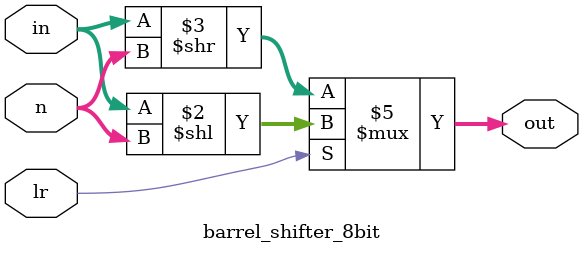
<source format=v>
`timescale 1ns / 1ps


module barrel_shifter_8bit(out, in, lr, n);
input [7:0]in;
input [2:0]n;
input lr;
output reg[7:0]out;

      always@(*)begin
          if(lr)
             out = in << n;
          else
             out = in >> n;
             
     end
endmodule
</source>
